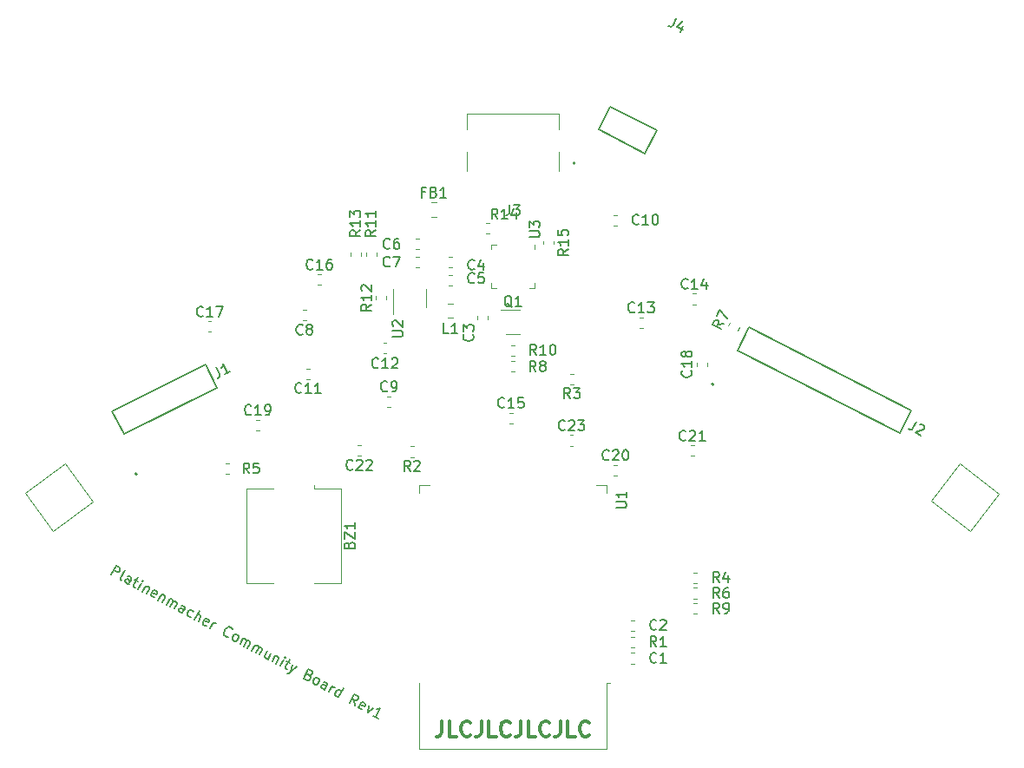
<source format=gbr>
G04 #@! TF.GenerationSoftware,KiCad,Pcbnew,5.1.5+dfsg1-2build2*
G04 #@! TF.CreationDate,2021-06-21T20:14:41+02:00*
G04 #@! TF.ProjectId,chip,63686970-2e6b-4696-9361-645f70636258,rev?*
G04 #@! TF.SameCoordinates,Original*
G04 #@! TF.FileFunction,Legend,Top*
G04 #@! TF.FilePolarity,Positive*
%FSLAX46Y46*%
G04 Gerber Fmt 4.6, Leading zero omitted, Abs format (unit mm)*
G04 Created by KiCad (PCBNEW 5.1.5+dfsg1-2build2) date 2021-06-21 20:14:41*
%MOMM*%
%LPD*%
G04 APERTURE LIST*
%ADD10C,0.300000*%
%ADD11C,0.150000*%
%ADD12C,0.120000*%
%ADD13C,0.200000*%
G04 APERTURE END LIST*
D10*
X163071428Y-121378571D02*
X163071428Y-122450000D01*
X163000000Y-122664285D01*
X162857142Y-122807142D01*
X162642857Y-122878571D01*
X162500000Y-122878571D01*
X164500000Y-122878571D02*
X163785714Y-122878571D01*
X163785714Y-121378571D01*
X165857142Y-122735714D02*
X165785714Y-122807142D01*
X165571428Y-122878571D01*
X165428571Y-122878571D01*
X165214285Y-122807142D01*
X165071428Y-122664285D01*
X165000000Y-122521428D01*
X164928571Y-122235714D01*
X164928571Y-122021428D01*
X165000000Y-121735714D01*
X165071428Y-121592857D01*
X165214285Y-121450000D01*
X165428571Y-121378571D01*
X165571428Y-121378571D01*
X165785714Y-121450000D01*
X165857142Y-121521428D01*
X166928571Y-121378571D02*
X166928571Y-122450000D01*
X166857142Y-122664285D01*
X166714285Y-122807142D01*
X166500000Y-122878571D01*
X166357142Y-122878571D01*
X168357142Y-122878571D02*
X167642857Y-122878571D01*
X167642857Y-121378571D01*
X169714285Y-122735714D02*
X169642857Y-122807142D01*
X169428571Y-122878571D01*
X169285714Y-122878571D01*
X169071428Y-122807142D01*
X168928571Y-122664285D01*
X168857142Y-122521428D01*
X168785714Y-122235714D01*
X168785714Y-122021428D01*
X168857142Y-121735714D01*
X168928571Y-121592857D01*
X169071428Y-121450000D01*
X169285714Y-121378571D01*
X169428571Y-121378571D01*
X169642857Y-121450000D01*
X169714285Y-121521428D01*
X170785714Y-121378571D02*
X170785714Y-122450000D01*
X170714285Y-122664285D01*
X170571428Y-122807142D01*
X170357142Y-122878571D01*
X170214285Y-122878571D01*
X172214285Y-122878571D02*
X171500000Y-122878571D01*
X171500000Y-121378571D01*
X173571428Y-122735714D02*
X173500000Y-122807142D01*
X173285714Y-122878571D01*
X173142857Y-122878571D01*
X172928571Y-122807142D01*
X172785714Y-122664285D01*
X172714285Y-122521428D01*
X172642857Y-122235714D01*
X172642857Y-122021428D01*
X172714285Y-121735714D01*
X172785714Y-121592857D01*
X172928571Y-121450000D01*
X173142857Y-121378571D01*
X173285714Y-121378571D01*
X173500000Y-121450000D01*
X173571428Y-121521428D01*
X174642857Y-121378571D02*
X174642857Y-122450000D01*
X174571428Y-122664285D01*
X174428571Y-122807142D01*
X174214285Y-122878571D01*
X174071428Y-122878571D01*
X176071428Y-122878571D02*
X175357142Y-122878571D01*
X175357142Y-121378571D01*
X177428571Y-122735714D02*
X177357142Y-122807142D01*
X177142857Y-122878571D01*
X177000000Y-122878571D01*
X176785714Y-122807142D01*
X176642857Y-122664285D01*
X176571428Y-122521428D01*
X176500000Y-122235714D01*
X176500000Y-122021428D01*
X176571428Y-121735714D01*
X176642857Y-121592857D01*
X176785714Y-121450000D01*
X177000000Y-121378571D01*
X177142857Y-121378571D01*
X177357142Y-121450000D01*
X177428571Y-121521428D01*
D11*
X130788008Y-107099866D02*
X131262096Y-106219388D01*
X131597516Y-106399993D01*
X131658796Y-106487072D01*
X131678148Y-106551575D01*
X131674924Y-106658006D01*
X131607197Y-106783788D01*
X131520118Y-106845068D01*
X131455615Y-106864420D01*
X131349184Y-106861196D01*
X131013764Y-106680591D01*
X131794268Y-107641681D02*
X131732989Y-107554602D01*
X131736212Y-107448171D01*
X132142574Y-106693477D01*
X132507035Y-108025466D02*
X132755367Y-107564264D01*
X132758591Y-107457833D01*
X132697312Y-107370755D01*
X132529602Y-107280452D01*
X132423171Y-107277228D01*
X132529611Y-107983539D02*
X132423180Y-107980315D01*
X132213543Y-107867437D01*
X132152264Y-107780358D01*
X132155487Y-107673928D01*
X132200639Y-107590073D01*
X132287717Y-107528793D01*
X132394148Y-107532017D01*
X132603785Y-107644895D01*
X132710216Y-107648119D01*
X133116587Y-107596511D02*
X133452007Y-107777116D01*
X133400399Y-107370745D02*
X132994037Y-108125440D01*
X132990813Y-108231871D01*
X133052093Y-108318950D01*
X133135948Y-108364101D01*
X133429440Y-108522130D02*
X133745499Y-107935145D01*
X133903528Y-107641653D02*
X133839025Y-107661005D01*
X133858377Y-107725508D01*
X133922880Y-107706156D01*
X133903528Y-107641653D01*
X133858377Y-107725508D01*
X134164774Y-108160902D02*
X133848715Y-108747887D01*
X134119623Y-108244757D02*
X134184126Y-108225405D01*
X134290556Y-108228629D01*
X134416339Y-108296355D01*
X134477618Y-108383434D01*
X134474395Y-108489865D01*
X134226063Y-108951067D01*
X135003333Y-109315501D02*
X134896903Y-109312277D01*
X134729193Y-109221975D01*
X134667913Y-109134896D01*
X134671137Y-109028465D01*
X134851742Y-108693046D01*
X134938821Y-108631766D01*
X135045251Y-108634990D01*
X135212961Y-108725292D01*
X135274241Y-108812371D01*
X135271017Y-108918802D01*
X135225866Y-109002657D01*
X134761439Y-108860755D01*
X135716091Y-108996200D02*
X135400032Y-109583185D01*
X135670940Y-109080055D02*
X135735443Y-109060703D01*
X135841874Y-109063927D01*
X135967656Y-109131654D01*
X136028936Y-109218733D01*
X136025712Y-109325163D01*
X135777380Y-109786366D01*
X136196655Y-110012122D02*
X136512714Y-109425137D01*
X136467562Y-109508992D02*
X136532065Y-109489640D01*
X136638496Y-109492864D01*
X136764279Y-109560591D01*
X136825558Y-109647669D01*
X136822334Y-109754100D01*
X136574002Y-110215302D01*
X136822334Y-109754100D02*
X136909413Y-109692821D01*
X137015844Y-109696044D01*
X137141626Y-109763771D01*
X137202905Y-109850850D01*
X137199682Y-109957281D01*
X136951350Y-110418483D01*
X137747972Y-110847420D02*
X137996304Y-110386218D01*
X137999528Y-110279787D01*
X137938248Y-110192708D01*
X137770538Y-110102406D01*
X137664108Y-110099182D01*
X137770548Y-110805493D02*
X137664117Y-110802269D01*
X137454480Y-110689391D01*
X137393200Y-110602312D01*
X137396424Y-110495881D01*
X137441575Y-110412026D01*
X137528654Y-110350747D01*
X137635085Y-110353971D01*
X137844722Y-110466849D01*
X137951153Y-110470073D01*
X138567170Y-111234430D02*
X138460739Y-111231206D01*
X138293029Y-111140903D01*
X138231750Y-111053825D01*
X138212398Y-110989321D01*
X138215622Y-110882891D01*
X138351076Y-110631326D01*
X138438155Y-110570046D01*
X138502658Y-110550695D01*
X138609088Y-110553918D01*
X138776798Y-110644221D01*
X138838078Y-110731300D01*
X138921942Y-111479538D02*
X139396030Y-110599060D01*
X139299289Y-111682718D02*
X139547621Y-111221516D01*
X139550845Y-111115085D01*
X139489566Y-111028007D01*
X139363783Y-110960280D01*
X139257353Y-110957056D01*
X139192849Y-110976408D01*
X140076560Y-112047152D02*
X139970129Y-112043928D01*
X139802419Y-111953626D01*
X139741140Y-111866547D01*
X139744364Y-111760117D01*
X139924969Y-111424697D01*
X140012047Y-111363417D01*
X140118478Y-111366641D01*
X140286188Y-111456944D01*
X140347467Y-111544022D01*
X140344244Y-111650453D01*
X140299092Y-111734308D01*
X139834666Y-111592407D01*
X140473259Y-112314836D02*
X140789318Y-111727851D01*
X140699015Y-111895561D02*
X140786094Y-111834282D01*
X140850597Y-111814930D01*
X140957028Y-111818154D01*
X141040883Y-111863305D01*
X142237438Y-113156582D02*
X142172934Y-113175934D01*
X142024576Y-113150134D01*
X141940721Y-113104983D01*
X141837514Y-112995329D01*
X141798811Y-112866322D01*
X141802035Y-112759892D01*
X141850410Y-112569606D01*
X141918136Y-112443824D01*
X142050366Y-112298689D01*
X142137445Y-112237410D01*
X142266451Y-112198706D01*
X142414810Y-112224506D01*
X142498665Y-112269657D01*
X142601871Y-112379311D01*
X142621223Y-112443814D01*
X142695416Y-113511344D02*
X142634137Y-113424266D01*
X142614785Y-113359762D01*
X142618009Y-113253332D01*
X142753463Y-113001767D01*
X142840541Y-112940488D01*
X142905044Y-112921136D01*
X143011475Y-112924359D01*
X143137257Y-112992086D01*
X143198537Y-113079165D01*
X143217889Y-113143668D01*
X143214665Y-113250099D01*
X143079211Y-113501664D01*
X142992132Y-113562943D01*
X142927629Y-113582295D01*
X142821199Y-113579071D01*
X142695416Y-113511344D01*
X143366256Y-113872554D02*
X143682315Y-113285569D01*
X143637164Y-113369424D02*
X143701667Y-113350073D01*
X143808097Y-113353296D01*
X143933880Y-113421023D01*
X143995159Y-113508102D01*
X143991935Y-113614533D01*
X143743604Y-114075735D01*
X143991935Y-113614533D02*
X144079014Y-113553253D01*
X144185445Y-113556477D01*
X144311227Y-113624204D01*
X144372507Y-113711283D01*
X144369283Y-113817713D01*
X144120951Y-114278916D01*
X144540226Y-114504672D02*
X144856285Y-113917687D01*
X144811133Y-114001542D02*
X144875637Y-113982190D01*
X144982067Y-113985414D01*
X145107850Y-114053141D01*
X145169129Y-114140220D01*
X145165905Y-114246650D01*
X144917573Y-114707853D01*
X145165905Y-114246650D02*
X145252984Y-114185371D01*
X145359415Y-114188595D01*
X145485197Y-114256322D01*
X145546476Y-114343400D01*
X145543253Y-114449831D01*
X145294921Y-114911033D01*
X146407602Y-114752985D02*
X146091543Y-115339970D01*
X146030255Y-114549805D02*
X145781923Y-115011007D01*
X145778699Y-115117438D01*
X145839978Y-115204517D01*
X145965761Y-115272243D01*
X146072191Y-115275467D01*
X146136694Y-115256115D01*
X146826877Y-114978742D02*
X146510818Y-115565727D01*
X146781726Y-115062597D02*
X146846229Y-115043245D01*
X146952659Y-115046469D01*
X147078442Y-115114195D01*
X147139721Y-115201274D01*
X147136497Y-115307705D01*
X146888166Y-115768907D01*
X147307440Y-115994664D02*
X147623499Y-115407679D01*
X147781529Y-115114186D02*
X147717026Y-115133538D01*
X147736377Y-115198041D01*
X147800881Y-115178689D01*
X147781529Y-115114186D01*
X147736377Y-115198041D01*
X147916992Y-115565708D02*
X148252412Y-115746313D01*
X148200804Y-115339942D02*
X147794442Y-116094637D01*
X147791218Y-116201068D01*
X147852498Y-116288147D01*
X147936353Y-116333298D01*
X148462049Y-115859191D02*
X148355628Y-116559054D01*
X148881324Y-116084947D02*
X148355628Y-116559054D01*
X148158895Y-116723540D01*
X148094392Y-116742892D01*
X147987961Y-116739669D01*
X150113349Y-116910574D02*
X150216556Y-117020229D01*
X150235908Y-117084732D01*
X150232684Y-117191163D01*
X150164957Y-117316945D01*
X150077879Y-117378224D01*
X150013376Y-117397576D01*
X149906945Y-117394353D01*
X149571525Y-117213747D01*
X150045613Y-116333270D01*
X150339106Y-116491300D01*
X150400385Y-116578378D01*
X150419737Y-116642881D01*
X150416513Y-116749312D01*
X150371362Y-116833167D01*
X150284283Y-116894446D01*
X150219780Y-116913798D01*
X150113349Y-116910574D01*
X149819857Y-116752545D01*
X150577785Y-117755563D02*
X150516506Y-117668484D01*
X150497154Y-117603981D01*
X150500377Y-117497550D01*
X150635831Y-117245985D01*
X150722910Y-117184706D01*
X150787413Y-117165354D01*
X150893844Y-117168578D01*
X151019626Y-117236305D01*
X151080906Y-117323383D01*
X151100257Y-117387886D01*
X151097034Y-117494317D01*
X150961580Y-117745882D01*
X150874501Y-117807161D01*
X150809998Y-117826513D01*
X150703567Y-117823289D01*
X150577785Y-117755563D01*
X151625972Y-118319953D02*
X151874304Y-117858751D01*
X151877528Y-117752320D01*
X151816249Y-117665242D01*
X151648539Y-117574939D01*
X151542108Y-117571715D01*
X151648548Y-118278026D02*
X151542117Y-118274802D01*
X151332480Y-118161924D01*
X151271200Y-118074845D01*
X151274424Y-117968415D01*
X151319575Y-117884560D01*
X151406654Y-117823280D01*
X151513085Y-117826504D01*
X151722722Y-117939382D01*
X151829153Y-117942606D01*
X152045247Y-118545710D02*
X152361306Y-117958725D01*
X152271003Y-118126435D02*
X152358082Y-118065155D01*
X152422585Y-118045803D01*
X152529016Y-118049027D01*
X152612871Y-118094178D01*
X152967652Y-119042373D02*
X153441740Y-118161896D01*
X152990228Y-119000446D02*
X152883797Y-118997222D01*
X152716087Y-118906920D01*
X152654808Y-118819841D01*
X152635456Y-118755338D01*
X152638680Y-118648907D01*
X152774133Y-118397342D01*
X152861212Y-118336063D01*
X152925715Y-118316711D01*
X153032146Y-118319935D01*
X153199856Y-118410237D01*
X153261135Y-118497316D01*
X154560897Y-119900247D02*
X154493161Y-119322943D01*
X154057767Y-119629340D02*
X154531855Y-118748862D01*
X154867275Y-118929467D01*
X154928554Y-119016546D01*
X154947906Y-119081049D01*
X154944682Y-119187480D01*
X154876956Y-119313262D01*
X154789877Y-119374542D01*
X154725374Y-119393894D01*
X154618943Y-119390670D01*
X154283523Y-119210065D01*
X155296240Y-120242106D02*
X155189809Y-120238882D01*
X155022099Y-120148579D01*
X154960820Y-120061501D01*
X154964044Y-119955070D01*
X155144649Y-119619650D01*
X155231727Y-119558371D01*
X155338158Y-119561594D01*
X155505868Y-119651897D01*
X155567147Y-119738976D01*
X155563924Y-119845406D01*
X155518772Y-119929261D01*
X155054346Y-119787360D01*
X155925143Y-119877653D02*
X155818722Y-120577516D01*
X156344418Y-120103409D01*
X156824981Y-121119331D02*
X156321851Y-120848424D01*
X156573416Y-120983878D02*
X157047505Y-120103400D01*
X156895923Y-120184031D01*
X156766916Y-120222735D01*
X156660486Y-120219511D01*
D12*
X150560000Y-98690000D02*
X153210000Y-98690000D01*
X153210000Y-98690000D02*
X153210000Y-107910000D01*
X153210000Y-107910000D02*
X150560000Y-107910000D01*
X146640000Y-107910000D02*
X143990000Y-107910000D01*
X143990000Y-107910000D02*
X143990000Y-98690000D01*
X143990000Y-98690000D02*
X146640000Y-98690000D01*
X150560000Y-98690000D02*
X150560000Y-98360000D01*
D13*
X176060619Y-66956285D02*
G75*
G03X176060619Y-66956285I-100000J0D01*
G01*
X182886589Y-65984714D02*
X178360275Y-63678442D01*
X184039725Y-63721558D02*
X179513411Y-61415286D01*
X184039725Y-63721558D02*
X182886589Y-65984714D01*
X178360275Y-63678442D02*
X179513411Y-61415286D01*
D12*
X214571698Y-102862763D02*
X210789247Y-99907588D01*
X217403741Y-99237914D02*
X214571698Y-102862763D01*
X213621290Y-96282738D02*
X217403741Y-99237914D01*
X210789247Y-99907588D02*
X213621290Y-96282738D01*
X128978355Y-99999217D02*
X125095074Y-102820586D01*
X126274543Y-96277739D02*
X128978355Y-99999217D01*
X122391261Y-99099108D02*
X126274543Y-96277739D01*
X125095074Y-102820586D02*
X122391261Y-99099108D01*
D13*
X189586640Y-88515795D02*
G75*
G03X189586640Y-88515795I-99999J0D01*
G01*
X207728393Y-93309904D02*
X191886297Y-85237953D01*
X208881529Y-91046747D02*
X193039433Y-82974796D01*
X208881529Y-91046747D02*
X207728393Y-93309904D01*
X191886297Y-85237953D02*
X193039433Y-82974796D01*
X133327951Y-97281967D02*
G75*
G03X133327951Y-97281967I-100000J0D01*
G01*
X141112938Y-88869882D02*
X132020405Y-93403252D01*
X139979595Y-86596748D02*
X130887062Y-91130118D01*
X139979595Y-86596748D02*
X141112938Y-88869882D01*
X132020405Y-93403252D02*
X130887062Y-91130118D01*
D12*
X172110000Y-75365000D02*
X172110000Y-74890000D01*
X167890000Y-79110000D02*
X168365000Y-79110000D01*
X167890000Y-78635000D02*
X167890000Y-79110000D01*
X167890000Y-74890000D02*
X168365000Y-74890000D01*
X167890000Y-75365000D02*
X167890000Y-74890000D01*
X172110000Y-79110000D02*
X171635000Y-79110000D01*
X172110000Y-78635000D02*
X172110000Y-79110000D01*
X158290000Y-79200000D02*
X158290000Y-81650000D01*
X161510000Y-81000000D02*
X161510000Y-79200000D01*
X179120000Y-117695000D02*
X179500000Y-117695000D01*
X179120000Y-124115000D02*
X179120000Y-117695000D01*
X160880000Y-124115000D02*
X160880000Y-117695000D01*
X179120000Y-124115000D02*
X160880000Y-124115000D01*
X160880000Y-98370000D02*
X161880000Y-98370000D01*
X160880000Y-99150000D02*
X160880000Y-98370000D01*
X179120000Y-98370000D02*
X178120000Y-98370000D01*
X179120000Y-99150000D02*
X179120000Y-98370000D01*
X172990000Y-74537221D02*
X172990000Y-74862779D01*
X174010000Y-74537221D02*
X174010000Y-74862779D01*
X167662779Y-72790000D02*
X167337221Y-72790000D01*
X167662779Y-73810000D02*
X167337221Y-73810000D01*
X155160000Y-76012779D02*
X155160000Y-75687221D01*
X154140000Y-76012779D02*
X154140000Y-75687221D01*
X157660000Y-80262779D02*
X157660000Y-79937221D01*
X156640000Y-80262779D02*
X156640000Y-79937221D01*
X155640000Y-75687221D02*
X155640000Y-76012779D01*
X156660000Y-75687221D02*
X156660000Y-76012779D01*
X170162779Y-84740000D02*
X169837221Y-84740000D01*
X170162779Y-85760000D02*
X169837221Y-85760000D01*
X187962779Y-109890000D02*
X187637221Y-109890000D01*
X187962779Y-110910000D02*
X187637221Y-110910000D01*
X169837221Y-87260000D02*
X170162779Y-87260000D01*
X169837221Y-86240000D02*
X170162779Y-86240000D01*
X191930513Y-83276572D02*
X192078313Y-82986498D01*
X191021687Y-82813502D02*
X191169487Y-82523428D01*
X187962779Y-108390000D02*
X187637221Y-108390000D01*
X187962779Y-109410000D02*
X187637221Y-109410000D01*
X141987221Y-97260000D02*
X142312779Y-97260000D01*
X141987221Y-96240000D02*
X142312779Y-96240000D01*
X187962779Y-106890000D02*
X187637221Y-106890000D01*
X187962779Y-107910000D02*
X187637221Y-107910000D01*
X175912779Y-87490000D02*
X175587221Y-87490000D01*
X175912779Y-88510000D02*
X175587221Y-88510000D01*
X160312779Y-94590000D02*
X159987221Y-94590000D01*
X160312779Y-95610000D02*
X159987221Y-95610000D01*
X181812779Y-113140000D02*
X181487221Y-113140000D01*
X181812779Y-114160000D02*
X181487221Y-114160000D01*
X169300000Y-83610000D02*
X170700000Y-83610000D01*
X170700000Y-81290000D02*
X168800000Y-81290000D01*
X163641422Y-82060000D02*
X164158578Y-82060000D01*
X163641422Y-80640000D02*
X164158578Y-80640000D01*
X174470000Y-67670000D02*
X174470000Y-65870000D01*
X174470000Y-62160000D02*
X174470000Y-63620000D01*
X165530000Y-62160000D02*
X165530000Y-63620000D01*
X165530000Y-67670000D02*
X165530000Y-65870000D01*
X165530000Y-62160000D02*
X174470000Y-62160000D01*
X161991422Y-72210000D02*
X162508578Y-72210000D01*
X161991422Y-70790000D02*
X162508578Y-70790000D01*
X175537221Y-94510000D02*
X175862779Y-94510000D01*
X175537221Y-93490000D02*
X175862779Y-93490000D01*
X155162779Y-94490000D02*
X154837221Y-94490000D01*
X155162779Y-95510000D02*
X154837221Y-95510000D01*
X187337221Y-95510000D02*
X187662779Y-95510000D01*
X187337221Y-94490000D02*
X187662779Y-94490000D01*
X179837221Y-97410000D02*
X180162779Y-97410000D01*
X179837221Y-96390000D02*
X180162779Y-96390000D01*
X144937221Y-93010000D02*
X145262779Y-93010000D01*
X144937221Y-91990000D02*
X145262779Y-91990000D01*
X188940000Y-86722779D02*
X188940000Y-86397221D01*
X187920000Y-86722779D02*
X187920000Y-86397221D01*
X140237221Y-83410000D02*
X140562779Y-83410000D01*
X140237221Y-82390000D02*
X140562779Y-82390000D01*
X150937221Y-78810000D02*
X151262779Y-78810000D01*
X150937221Y-77790000D02*
X151262779Y-77790000D01*
X169637221Y-92310000D02*
X169962779Y-92310000D01*
X169637221Y-91290000D02*
X169962779Y-91290000D01*
X187537221Y-80710000D02*
X187862779Y-80710000D01*
X187537221Y-79690000D02*
X187862779Y-79690000D01*
X182337221Y-83010000D02*
X182662779Y-83010000D01*
X182337221Y-81990000D02*
X182662779Y-81990000D01*
X157337221Y-85510000D02*
X157662779Y-85510000D01*
X157337221Y-84490000D02*
X157662779Y-84490000D01*
X150162779Y-86990000D02*
X149837221Y-86990000D01*
X150162779Y-88010000D02*
X149837221Y-88010000D01*
X179837221Y-73010000D02*
X180162779Y-73010000D01*
X179837221Y-71990000D02*
X180162779Y-71990000D01*
X157737221Y-90710000D02*
X158062779Y-90710000D01*
X157737221Y-89690000D02*
X158062779Y-89690000D01*
X149812779Y-81290000D02*
X149487221Y-81290000D01*
X149812779Y-82310000D02*
X149487221Y-82310000D01*
X160487221Y-77110000D02*
X160812779Y-77110000D01*
X160487221Y-76090000D02*
X160812779Y-76090000D01*
X160487221Y-75360000D02*
X160812779Y-75360000D01*
X160487221Y-74340000D02*
X160812779Y-74340000D01*
X164062779Y-77840000D02*
X163737221Y-77840000D01*
X164062779Y-78860000D02*
X163737221Y-78860000D01*
X164062779Y-76090000D02*
X163737221Y-76090000D01*
X164062779Y-77110000D02*
X163737221Y-77110000D01*
X166490000Y-81837221D02*
X166490000Y-82162779D01*
X167510000Y-81837221D02*
X167510000Y-82162779D01*
X181499721Y-112560000D02*
X181825279Y-112560000D01*
X181499721Y-111540000D02*
X181825279Y-111540000D01*
X181487221Y-115760000D02*
X181812779Y-115760000D01*
X181487221Y-114740000D02*
X181812779Y-114740000D01*
D11*
X154028571Y-104180952D02*
X154076190Y-104038095D01*
X154123809Y-103990476D01*
X154219047Y-103942857D01*
X154361904Y-103942857D01*
X154457142Y-103990476D01*
X154504761Y-104038095D01*
X154552380Y-104133333D01*
X154552380Y-104514285D01*
X153552380Y-104514285D01*
X153552380Y-104180952D01*
X153600000Y-104085714D01*
X153647619Y-104038095D01*
X153742857Y-103990476D01*
X153838095Y-103990476D01*
X153933333Y-104038095D01*
X153980952Y-104085714D01*
X154028571Y-104180952D01*
X154028571Y-104514285D01*
X153552380Y-103609523D02*
X153552380Y-102942857D01*
X154552380Y-103609523D01*
X154552380Y-102942857D01*
X154552380Y-102038095D02*
X154552380Y-102609523D01*
X154552380Y-102323809D02*
X153552380Y-102323809D01*
X153695238Y-102419047D01*
X153790476Y-102514285D01*
X153838095Y-102609523D01*
X185949676Y-52840022D02*
X185625397Y-53476455D01*
X185518113Y-53582123D01*
X185390018Y-53623744D01*
X185241112Y-53601317D01*
X185156255Y-53558080D01*
X186604495Y-53547778D02*
X186301834Y-54141782D01*
X186565299Y-53100254D02*
X186028876Y-53628594D01*
X186580451Y-53909636D01*
X209351611Y-92160737D02*
X209027332Y-92797170D01*
X208920048Y-92902838D01*
X208791953Y-92944459D01*
X208643047Y-92922032D01*
X208558190Y-92878795D01*
X209690234Y-92440162D02*
X209754281Y-92419352D01*
X209860758Y-92420160D01*
X210072902Y-92528253D01*
X210136141Y-92613919D01*
X210156952Y-92677967D01*
X210156143Y-92784443D01*
X210112906Y-92869301D01*
X210005621Y-92974969D01*
X209237052Y-93224692D01*
X209788627Y-93505734D01*
X141057342Y-86858649D02*
X141376054Y-87497888D01*
X141397181Y-87646983D01*
X141354444Y-87774710D01*
X141247844Y-87881068D01*
X141162612Y-87923563D01*
X142398474Y-87307386D02*
X141887083Y-87562356D01*
X142142778Y-87434871D02*
X141696580Y-86539936D01*
X141675091Y-86710279D01*
X141632354Y-86838006D01*
X141568370Y-86923117D01*
X171602380Y-74161904D02*
X172411904Y-74161904D01*
X172507142Y-74114285D01*
X172554761Y-74066666D01*
X172602380Y-73971428D01*
X172602380Y-73780952D01*
X172554761Y-73685714D01*
X172507142Y-73638095D01*
X172411904Y-73590476D01*
X171602380Y-73590476D01*
X171602380Y-73209523D02*
X171602380Y-72590476D01*
X171983333Y-72923809D01*
X171983333Y-72780952D01*
X172030952Y-72685714D01*
X172078571Y-72638095D01*
X172173809Y-72590476D01*
X172411904Y-72590476D01*
X172507142Y-72638095D01*
X172554761Y-72685714D01*
X172602380Y-72780952D01*
X172602380Y-73066666D01*
X172554761Y-73161904D01*
X172507142Y-73209523D01*
X158252380Y-83861904D02*
X159061904Y-83861904D01*
X159157142Y-83814285D01*
X159204761Y-83766666D01*
X159252380Y-83671428D01*
X159252380Y-83480952D01*
X159204761Y-83385714D01*
X159157142Y-83338095D01*
X159061904Y-83290476D01*
X158252380Y-83290476D01*
X158347619Y-82861904D02*
X158300000Y-82814285D01*
X158252380Y-82719047D01*
X158252380Y-82480952D01*
X158300000Y-82385714D01*
X158347619Y-82338095D01*
X158442857Y-82290476D01*
X158538095Y-82290476D01*
X158680952Y-82338095D01*
X159252380Y-82909523D01*
X159252380Y-82290476D01*
X180062380Y-100581904D02*
X180871904Y-100581904D01*
X180967142Y-100534285D01*
X181014761Y-100486666D01*
X181062380Y-100391428D01*
X181062380Y-100200952D01*
X181014761Y-100105714D01*
X180967142Y-100058095D01*
X180871904Y-100010476D01*
X180062380Y-100010476D01*
X181062380Y-99010476D02*
X181062380Y-99581904D01*
X181062380Y-99296190D02*
X180062380Y-99296190D01*
X180205238Y-99391428D01*
X180300476Y-99486666D01*
X180348095Y-99581904D01*
X175382380Y-75342857D02*
X174906190Y-75676190D01*
X175382380Y-75914285D02*
X174382380Y-75914285D01*
X174382380Y-75533333D01*
X174430000Y-75438095D01*
X174477619Y-75390476D01*
X174572857Y-75342857D01*
X174715714Y-75342857D01*
X174810952Y-75390476D01*
X174858571Y-75438095D01*
X174906190Y-75533333D01*
X174906190Y-75914285D01*
X175382380Y-74390476D02*
X175382380Y-74961904D01*
X175382380Y-74676190D02*
X174382380Y-74676190D01*
X174525238Y-74771428D01*
X174620476Y-74866666D01*
X174668095Y-74961904D01*
X174382380Y-73485714D02*
X174382380Y-73961904D01*
X174858571Y-74009523D01*
X174810952Y-73961904D01*
X174763333Y-73866666D01*
X174763333Y-73628571D01*
X174810952Y-73533333D01*
X174858571Y-73485714D01*
X174953809Y-73438095D01*
X175191904Y-73438095D01*
X175287142Y-73485714D01*
X175334761Y-73533333D01*
X175382380Y-73628571D01*
X175382380Y-73866666D01*
X175334761Y-73961904D01*
X175287142Y-74009523D01*
X168507142Y-72402380D02*
X168173809Y-71926190D01*
X167935714Y-72402380D02*
X167935714Y-71402380D01*
X168316666Y-71402380D01*
X168411904Y-71450000D01*
X168459523Y-71497619D01*
X168507142Y-71592857D01*
X168507142Y-71735714D01*
X168459523Y-71830952D01*
X168411904Y-71878571D01*
X168316666Y-71926190D01*
X167935714Y-71926190D01*
X169459523Y-72402380D02*
X168888095Y-72402380D01*
X169173809Y-72402380D02*
X169173809Y-71402380D01*
X169078571Y-71545238D01*
X168983333Y-71640476D01*
X168888095Y-71688095D01*
X170316666Y-71735714D02*
X170316666Y-72402380D01*
X170078571Y-71354761D02*
X169840476Y-72069047D01*
X170459523Y-72069047D01*
X155102380Y-73492857D02*
X154626190Y-73826190D01*
X155102380Y-74064285D02*
X154102380Y-74064285D01*
X154102380Y-73683333D01*
X154150000Y-73588095D01*
X154197619Y-73540476D01*
X154292857Y-73492857D01*
X154435714Y-73492857D01*
X154530952Y-73540476D01*
X154578571Y-73588095D01*
X154626190Y-73683333D01*
X154626190Y-74064285D01*
X155102380Y-72540476D02*
X155102380Y-73111904D01*
X155102380Y-72826190D02*
X154102380Y-72826190D01*
X154245238Y-72921428D01*
X154340476Y-73016666D01*
X154388095Y-73111904D01*
X154102380Y-72207142D02*
X154102380Y-71588095D01*
X154483333Y-71921428D01*
X154483333Y-71778571D01*
X154530952Y-71683333D01*
X154578571Y-71635714D01*
X154673809Y-71588095D01*
X154911904Y-71588095D01*
X155007142Y-71635714D01*
X155054761Y-71683333D01*
X155102380Y-71778571D01*
X155102380Y-72064285D01*
X155054761Y-72159523D01*
X155007142Y-72207142D01*
X156172380Y-80742857D02*
X155696190Y-81076190D01*
X156172380Y-81314285D02*
X155172380Y-81314285D01*
X155172380Y-80933333D01*
X155220000Y-80838095D01*
X155267619Y-80790476D01*
X155362857Y-80742857D01*
X155505714Y-80742857D01*
X155600952Y-80790476D01*
X155648571Y-80838095D01*
X155696190Y-80933333D01*
X155696190Y-81314285D01*
X156172380Y-79790476D02*
X156172380Y-80361904D01*
X156172380Y-80076190D02*
X155172380Y-80076190D01*
X155315238Y-80171428D01*
X155410476Y-80266666D01*
X155458095Y-80361904D01*
X155267619Y-79409523D02*
X155220000Y-79361904D01*
X155172380Y-79266666D01*
X155172380Y-79028571D01*
X155220000Y-78933333D01*
X155267619Y-78885714D01*
X155362857Y-78838095D01*
X155458095Y-78838095D01*
X155600952Y-78885714D01*
X156172380Y-79457142D01*
X156172380Y-78838095D01*
X156602380Y-73492857D02*
X156126190Y-73826190D01*
X156602380Y-74064285D02*
X155602380Y-74064285D01*
X155602380Y-73683333D01*
X155650000Y-73588095D01*
X155697619Y-73540476D01*
X155792857Y-73492857D01*
X155935714Y-73492857D01*
X156030952Y-73540476D01*
X156078571Y-73588095D01*
X156126190Y-73683333D01*
X156126190Y-74064285D01*
X156602380Y-72540476D02*
X156602380Y-73111904D01*
X156602380Y-72826190D02*
X155602380Y-72826190D01*
X155745238Y-72921428D01*
X155840476Y-73016666D01*
X155888095Y-73111904D01*
X156602380Y-71588095D02*
X156602380Y-72159523D01*
X156602380Y-71873809D02*
X155602380Y-71873809D01*
X155745238Y-71969047D01*
X155840476Y-72064285D01*
X155888095Y-72159523D01*
X172257142Y-85652380D02*
X171923809Y-85176190D01*
X171685714Y-85652380D02*
X171685714Y-84652380D01*
X172066666Y-84652380D01*
X172161904Y-84700000D01*
X172209523Y-84747619D01*
X172257142Y-84842857D01*
X172257142Y-84985714D01*
X172209523Y-85080952D01*
X172161904Y-85128571D01*
X172066666Y-85176190D01*
X171685714Y-85176190D01*
X173209523Y-85652380D02*
X172638095Y-85652380D01*
X172923809Y-85652380D02*
X172923809Y-84652380D01*
X172828571Y-84795238D01*
X172733333Y-84890476D01*
X172638095Y-84938095D01*
X173828571Y-84652380D02*
X173923809Y-84652380D01*
X174019047Y-84700000D01*
X174066666Y-84747619D01*
X174114285Y-84842857D01*
X174161904Y-85033333D01*
X174161904Y-85271428D01*
X174114285Y-85461904D01*
X174066666Y-85557142D01*
X174019047Y-85604761D01*
X173923809Y-85652380D01*
X173828571Y-85652380D01*
X173733333Y-85604761D01*
X173685714Y-85557142D01*
X173638095Y-85461904D01*
X173590476Y-85271428D01*
X173590476Y-85033333D01*
X173638095Y-84842857D01*
X173685714Y-84747619D01*
X173733333Y-84700000D01*
X173828571Y-84652380D01*
X190133333Y-110852380D02*
X189800000Y-110376190D01*
X189561904Y-110852380D02*
X189561904Y-109852380D01*
X189942857Y-109852380D01*
X190038095Y-109900000D01*
X190085714Y-109947619D01*
X190133333Y-110042857D01*
X190133333Y-110185714D01*
X190085714Y-110280952D01*
X190038095Y-110328571D01*
X189942857Y-110376190D01*
X189561904Y-110376190D01*
X190609523Y-110852380D02*
X190800000Y-110852380D01*
X190895238Y-110804761D01*
X190942857Y-110757142D01*
X191038095Y-110614285D01*
X191085714Y-110423809D01*
X191085714Y-110042857D01*
X191038095Y-109947619D01*
X190990476Y-109900000D01*
X190895238Y-109852380D01*
X190704761Y-109852380D01*
X190609523Y-109900000D01*
X190561904Y-109947619D01*
X190514285Y-110042857D01*
X190514285Y-110280952D01*
X190561904Y-110376190D01*
X190609523Y-110423809D01*
X190704761Y-110471428D01*
X190895238Y-110471428D01*
X190990476Y-110423809D01*
X191038095Y-110376190D01*
X191085714Y-110280952D01*
X172233333Y-87252380D02*
X171900000Y-86776190D01*
X171661904Y-87252380D02*
X171661904Y-86252380D01*
X172042857Y-86252380D01*
X172138095Y-86300000D01*
X172185714Y-86347619D01*
X172233333Y-86442857D01*
X172233333Y-86585714D01*
X172185714Y-86680952D01*
X172138095Y-86728571D01*
X172042857Y-86776190D01*
X171661904Y-86776190D01*
X172804761Y-86680952D02*
X172709523Y-86633333D01*
X172661904Y-86585714D01*
X172614285Y-86490476D01*
X172614285Y-86442857D01*
X172661904Y-86347619D01*
X172709523Y-86300000D01*
X172804761Y-86252380D01*
X172995238Y-86252380D01*
X173090476Y-86300000D01*
X173138095Y-86347619D01*
X173185714Y-86442857D01*
X173185714Y-86490476D01*
X173138095Y-86585714D01*
X173090476Y-86633333D01*
X172995238Y-86680952D01*
X172804761Y-86680952D01*
X172709523Y-86728571D01*
X172661904Y-86776190D01*
X172614285Y-86871428D01*
X172614285Y-87061904D01*
X172661904Y-87157142D01*
X172709523Y-87204761D01*
X172804761Y-87252380D01*
X172995238Y-87252380D01*
X173090476Y-87204761D01*
X173138095Y-87157142D01*
X173185714Y-87061904D01*
X173185714Y-86871428D01*
X173138095Y-86776190D01*
X173090476Y-86728571D01*
X172995238Y-86680952D01*
X190603270Y-82604671D02*
X190027651Y-82685487D01*
X190343847Y-83113818D02*
X189452840Y-82659827D01*
X189625789Y-82320396D01*
X189711455Y-82257157D01*
X189775502Y-82236347D01*
X189881979Y-82237155D01*
X190009265Y-82302011D01*
X190072505Y-82387677D01*
X190093315Y-82451724D01*
X190092507Y-82558201D01*
X189919558Y-82897632D01*
X189863593Y-81853679D02*
X190166254Y-81259674D01*
X190862693Y-82095525D01*
X190133333Y-109352380D02*
X189800000Y-108876190D01*
X189561904Y-109352380D02*
X189561904Y-108352380D01*
X189942857Y-108352380D01*
X190038095Y-108400000D01*
X190085714Y-108447619D01*
X190133333Y-108542857D01*
X190133333Y-108685714D01*
X190085714Y-108780952D01*
X190038095Y-108828571D01*
X189942857Y-108876190D01*
X189561904Y-108876190D01*
X190990476Y-108352380D02*
X190800000Y-108352380D01*
X190704761Y-108400000D01*
X190657142Y-108447619D01*
X190561904Y-108590476D01*
X190514285Y-108780952D01*
X190514285Y-109161904D01*
X190561904Y-109257142D01*
X190609523Y-109304761D01*
X190704761Y-109352380D01*
X190895238Y-109352380D01*
X190990476Y-109304761D01*
X191038095Y-109257142D01*
X191085714Y-109161904D01*
X191085714Y-108923809D01*
X191038095Y-108828571D01*
X190990476Y-108780952D01*
X190895238Y-108733333D01*
X190704761Y-108733333D01*
X190609523Y-108780952D01*
X190561904Y-108828571D01*
X190514285Y-108923809D01*
X144283333Y-97202380D02*
X143950000Y-96726190D01*
X143711904Y-97202380D02*
X143711904Y-96202380D01*
X144092857Y-96202380D01*
X144188095Y-96250000D01*
X144235714Y-96297619D01*
X144283333Y-96392857D01*
X144283333Y-96535714D01*
X144235714Y-96630952D01*
X144188095Y-96678571D01*
X144092857Y-96726190D01*
X143711904Y-96726190D01*
X145188095Y-96202380D02*
X144711904Y-96202380D01*
X144664285Y-96678571D01*
X144711904Y-96630952D01*
X144807142Y-96583333D01*
X145045238Y-96583333D01*
X145140476Y-96630952D01*
X145188095Y-96678571D01*
X145235714Y-96773809D01*
X145235714Y-97011904D01*
X145188095Y-97107142D01*
X145140476Y-97154761D01*
X145045238Y-97202380D01*
X144807142Y-97202380D01*
X144711904Y-97154761D01*
X144664285Y-97107142D01*
X190133333Y-107852380D02*
X189800000Y-107376190D01*
X189561904Y-107852380D02*
X189561904Y-106852380D01*
X189942857Y-106852380D01*
X190038095Y-106900000D01*
X190085714Y-106947619D01*
X190133333Y-107042857D01*
X190133333Y-107185714D01*
X190085714Y-107280952D01*
X190038095Y-107328571D01*
X189942857Y-107376190D01*
X189561904Y-107376190D01*
X190990476Y-107185714D02*
X190990476Y-107852380D01*
X190752380Y-106804761D02*
X190514285Y-107519047D01*
X191133333Y-107519047D01*
X175583333Y-89882380D02*
X175250000Y-89406190D01*
X175011904Y-89882380D02*
X175011904Y-88882380D01*
X175392857Y-88882380D01*
X175488095Y-88930000D01*
X175535714Y-88977619D01*
X175583333Y-89072857D01*
X175583333Y-89215714D01*
X175535714Y-89310952D01*
X175488095Y-89358571D01*
X175392857Y-89406190D01*
X175011904Y-89406190D01*
X175916666Y-88882380D02*
X176535714Y-88882380D01*
X176202380Y-89263333D01*
X176345238Y-89263333D01*
X176440476Y-89310952D01*
X176488095Y-89358571D01*
X176535714Y-89453809D01*
X176535714Y-89691904D01*
X176488095Y-89787142D01*
X176440476Y-89834761D01*
X176345238Y-89882380D01*
X176059523Y-89882380D01*
X175964285Y-89834761D01*
X175916666Y-89787142D01*
X159983333Y-96982380D02*
X159650000Y-96506190D01*
X159411904Y-96982380D02*
X159411904Y-95982380D01*
X159792857Y-95982380D01*
X159888095Y-96030000D01*
X159935714Y-96077619D01*
X159983333Y-96172857D01*
X159983333Y-96315714D01*
X159935714Y-96410952D01*
X159888095Y-96458571D01*
X159792857Y-96506190D01*
X159411904Y-96506190D01*
X160364285Y-96077619D02*
X160411904Y-96030000D01*
X160507142Y-95982380D01*
X160745238Y-95982380D01*
X160840476Y-96030000D01*
X160888095Y-96077619D01*
X160935714Y-96172857D01*
X160935714Y-96268095D01*
X160888095Y-96410952D01*
X160316666Y-96982380D01*
X160935714Y-96982380D01*
X183983333Y-114102380D02*
X183650000Y-113626190D01*
X183411904Y-114102380D02*
X183411904Y-113102380D01*
X183792857Y-113102380D01*
X183888095Y-113150000D01*
X183935714Y-113197619D01*
X183983333Y-113292857D01*
X183983333Y-113435714D01*
X183935714Y-113530952D01*
X183888095Y-113578571D01*
X183792857Y-113626190D01*
X183411904Y-113626190D01*
X184935714Y-114102380D02*
X184364285Y-114102380D01*
X184650000Y-114102380D02*
X184650000Y-113102380D01*
X184554761Y-113245238D01*
X184459523Y-113340476D01*
X184364285Y-113388095D01*
X169904761Y-80997619D02*
X169809523Y-80950000D01*
X169714285Y-80854761D01*
X169571428Y-80711904D01*
X169476190Y-80664285D01*
X169380952Y-80664285D01*
X169428571Y-80902380D02*
X169333333Y-80854761D01*
X169238095Y-80759523D01*
X169190476Y-80569047D01*
X169190476Y-80235714D01*
X169238095Y-80045238D01*
X169333333Y-79950000D01*
X169428571Y-79902380D01*
X169619047Y-79902380D01*
X169714285Y-79950000D01*
X169809523Y-80045238D01*
X169857142Y-80235714D01*
X169857142Y-80569047D01*
X169809523Y-80759523D01*
X169714285Y-80854761D01*
X169619047Y-80902380D01*
X169428571Y-80902380D01*
X170809523Y-80902380D02*
X170238095Y-80902380D01*
X170523809Y-80902380D02*
X170523809Y-79902380D01*
X170428571Y-80045238D01*
X170333333Y-80140476D01*
X170238095Y-80188095D01*
X163733333Y-83552380D02*
X163257142Y-83552380D01*
X163257142Y-82552380D01*
X164590476Y-83552380D02*
X164019047Y-83552380D01*
X164304761Y-83552380D02*
X164304761Y-82552380D01*
X164209523Y-82695238D01*
X164114285Y-82790476D01*
X164019047Y-82838095D01*
X169666666Y-71032380D02*
X169666666Y-71746666D01*
X169619047Y-71889523D01*
X169523809Y-71984761D01*
X169380952Y-72032380D01*
X169285714Y-72032380D01*
X170047619Y-71032380D02*
X170666666Y-71032380D01*
X170333333Y-71413333D01*
X170476190Y-71413333D01*
X170571428Y-71460952D01*
X170619047Y-71508571D01*
X170666666Y-71603809D01*
X170666666Y-71841904D01*
X170619047Y-71937142D01*
X170571428Y-71984761D01*
X170476190Y-72032380D01*
X170190476Y-72032380D01*
X170095238Y-71984761D01*
X170047619Y-71937142D01*
X161416666Y-69778571D02*
X161083333Y-69778571D01*
X161083333Y-70302380D02*
X161083333Y-69302380D01*
X161559523Y-69302380D01*
X162273809Y-69778571D02*
X162416666Y-69826190D01*
X162464285Y-69873809D01*
X162511904Y-69969047D01*
X162511904Y-70111904D01*
X162464285Y-70207142D01*
X162416666Y-70254761D01*
X162321428Y-70302380D01*
X161940476Y-70302380D01*
X161940476Y-69302380D01*
X162273809Y-69302380D01*
X162369047Y-69350000D01*
X162416666Y-69397619D01*
X162464285Y-69492857D01*
X162464285Y-69588095D01*
X162416666Y-69683333D01*
X162369047Y-69730952D01*
X162273809Y-69778571D01*
X161940476Y-69778571D01*
X163464285Y-70302380D02*
X162892857Y-70302380D01*
X163178571Y-70302380D02*
X163178571Y-69302380D01*
X163083333Y-69445238D01*
X162988095Y-69540476D01*
X162892857Y-69588095D01*
X175057142Y-92927142D02*
X175009523Y-92974761D01*
X174866666Y-93022380D01*
X174771428Y-93022380D01*
X174628571Y-92974761D01*
X174533333Y-92879523D01*
X174485714Y-92784285D01*
X174438095Y-92593809D01*
X174438095Y-92450952D01*
X174485714Y-92260476D01*
X174533333Y-92165238D01*
X174628571Y-92070000D01*
X174771428Y-92022380D01*
X174866666Y-92022380D01*
X175009523Y-92070000D01*
X175057142Y-92117619D01*
X175438095Y-92117619D02*
X175485714Y-92070000D01*
X175580952Y-92022380D01*
X175819047Y-92022380D01*
X175914285Y-92070000D01*
X175961904Y-92117619D01*
X176009523Y-92212857D01*
X176009523Y-92308095D01*
X175961904Y-92450952D01*
X175390476Y-93022380D01*
X176009523Y-93022380D01*
X176342857Y-92022380D02*
X176961904Y-92022380D01*
X176628571Y-92403333D01*
X176771428Y-92403333D01*
X176866666Y-92450952D01*
X176914285Y-92498571D01*
X176961904Y-92593809D01*
X176961904Y-92831904D01*
X176914285Y-92927142D01*
X176866666Y-92974761D01*
X176771428Y-93022380D01*
X176485714Y-93022380D01*
X176390476Y-92974761D01*
X176342857Y-92927142D01*
X154357142Y-96787142D02*
X154309523Y-96834761D01*
X154166666Y-96882380D01*
X154071428Y-96882380D01*
X153928571Y-96834761D01*
X153833333Y-96739523D01*
X153785714Y-96644285D01*
X153738095Y-96453809D01*
X153738095Y-96310952D01*
X153785714Y-96120476D01*
X153833333Y-96025238D01*
X153928571Y-95930000D01*
X154071428Y-95882380D01*
X154166666Y-95882380D01*
X154309523Y-95930000D01*
X154357142Y-95977619D01*
X154738095Y-95977619D02*
X154785714Y-95930000D01*
X154880952Y-95882380D01*
X155119047Y-95882380D01*
X155214285Y-95930000D01*
X155261904Y-95977619D01*
X155309523Y-96072857D01*
X155309523Y-96168095D01*
X155261904Y-96310952D01*
X154690476Y-96882380D01*
X155309523Y-96882380D01*
X155690476Y-95977619D02*
X155738095Y-95930000D01*
X155833333Y-95882380D01*
X156071428Y-95882380D01*
X156166666Y-95930000D01*
X156214285Y-95977619D01*
X156261904Y-96072857D01*
X156261904Y-96168095D01*
X156214285Y-96310952D01*
X155642857Y-96882380D01*
X156261904Y-96882380D01*
X186857142Y-93927142D02*
X186809523Y-93974761D01*
X186666666Y-94022380D01*
X186571428Y-94022380D01*
X186428571Y-93974761D01*
X186333333Y-93879523D01*
X186285714Y-93784285D01*
X186238095Y-93593809D01*
X186238095Y-93450952D01*
X186285714Y-93260476D01*
X186333333Y-93165238D01*
X186428571Y-93070000D01*
X186571428Y-93022380D01*
X186666666Y-93022380D01*
X186809523Y-93070000D01*
X186857142Y-93117619D01*
X187238095Y-93117619D02*
X187285714Y-93070000D01*
X187380952Y-93022380D01*
X187619047Y-93022380D01*
X187714285Y-93070000D01*
X187761904Y-93117619D01*
X187809523Y-93212857D01*
X187809523Y-93308095D01*
X187761904Y-93450952D01*
X187190476Y-94022380D01*
X187809523Y-94022380D01*
X188761904Y-94022380D02*
X188190476Y-94022380D01*
X188476190Y-94022380D02*
X188476190Y-93022380D01*
X188380952Y-93165238D01*
X188285714Y-93260476D01*
X188190476Y-93308095D01*
X179357142Y-95827142D02*
X179309523Y-95874761D01*
X179166666Y-95922380D01*
X179071428Y-95922380D01*
X178928571Y-95874761D01*
X178833333Y-95779523D01*
X178785714Y-95684285D01*
X178738095Y-95493809D01*
X178738095Y-95350952D01*
X178785714Y-95160476D01*
X178833333Y-95065238D01*
X178928571Y-94970000D01*
X179071428Y-94922380D01*
X179166666Y-94922380D01*
X179309523Y-94970000D01*
X179357142Y-95017619D01*
X179738095Y-95017619D02*
X179785714Y-94970000D01*
X179880952Y-94922380D01*
X180119047Y-94922380D01*
X180214285Y-94970000D01*
X180261904Y-95017619D01*
X180309523Y-95112857D01*
X180309523Y-95208095D01*
X180261904Y-95350952D01*
X179690476Y-95922380D01*
X180309523Y-95922380D01*
X180928571Y-94922380D02*
X181023809Y-94922380D01*
X181119047Y-94970000D01*
X181166666Y-95017619D01*
X181214285Y-95112857D01*
X181261904Y-95303333D01*
X181261904Y-95541428D01*
X181214285Y-95731904D01*
X181166666Y-95827142D01*
X181119047Y-95874761D01*
X181023809Y-95922380D01*
X180928571Y-95922380D01*
X180833333Y-95874761D01*
X180785714Y-95827142D01*
X180738095Y-95731904D01*
X180690476Y-95541428D01*
X180690476Y-95303333D01*
X180738095Y-95112857D01*
X180785714Y-95017619D01*
X180833333Y-94970000D01*
X180928571Y-94922380D01*
X144457142Y-91427142D02*
X144409523Y-91474761D01*
X144266666Y-91522380D01*
X144171428Y-91522380D01*
X144028571Y-91474761D01*
X143933333Y-91379523D01*
X143885714Y-91284285D01*
X143838095Y-91093809D01*
X143838095Y-90950952D01*
X143885714Y-90760476D01*
X143933333Y-90665238D01*
X144028571Y-90570000D01*
X144171428Y-90522380D01*
X144266666Y-90522380D01*
X144409523Y-90570000D01*
X144457142Y-90617619D01*
X145409523Y-91522380D02*
X144838095Y-91522380D01*
X145123809Y-91522380D02*
X145123809Y-90522380D01*
X145028571Y-90665238D01*
X144933333Y-90760476D01*
X144838095Y-90808095D01*
X145885714Y-91522380D02*
X146076190Y-91522380D01*
X146171428Y-91474761D01*
X146219047Y-91427142D01*
X146314285Y-91284285D01*
X146361904Y-91093809D01*
X146361904Y-90712857D01*
X146314285Y-90617619D01*
X146266666Y-90570000D01*
X146171428Y-90522380D01*
X145980952Y-90522380D01*
X145885714Y-90570000D01*
X145838095Y-90617619D01*
X145790476Y-90712857D01*
X145790476Y-90950952D01*
X145838095Y-91046190D01*
X145885714Y-91093809D01*
X145980952Y-91141428D01*
X146171428Y-91141428D01*
X146266666Y-91093809D01*
X146314285Y-91046190D01*
X146361904Y-90950952D01*
X187357142Y-87202857D02*
X187404761Y-87250476D01*
X187452380Y-87393333D01*
X187452380Y-87488571D01*
X187404761Y-87631428D01*
X187309523Y-87726666D01*
X187214285Y-87774285D01*
X187023809Y-87821904D01*
X186880952Y-87821904D01*
X186690476Y-87774285D01*
X186595238Y-87726666D01*
X186500000Y-87631428D01*
X186452380Y-87488571D01*
X186452380Y-87393333D01*
X186500000Y-87250476D01*
X186547619Y-87202857D01*
X187452380Y-86250476D02*
X187452380Y-86821904D01*
X187452380Y-86536190D02*
X186452380Y-86536190D01*
X186595238Y-86631428D01*
X186690476Y-86726666D01*
X186738095Y-86821904D01*
X186880952Y-85679047D02*
X186833333Y-85774285D01*
X186785714Y-85821904D01*
X186690476Y-85869523D01*
X186642857Y-85869523D01*
X186547619Y-85821904D01*
X186500000Y-85774285D01*
X186452380Y-85679047D01*
X186452380Y-85488571D01*
X186500000Y-85393333D01*
X186547619Y-85345714D01*
X186642857Y-85298095D01*
X186690476Y-85298095D01*
X186785714Y-85345714D01*
X186833333Y-85393333D01*
X186880952Y-85488571D01*
X186880952Y-85679047D01*
X186928571Y-85774285D01*
X186976190Y-85821904D01*
X187071428Y-85869523D01*
X187261904Y-85869523D01*
X187357142Y-85821904D01*
X187404761Y-85774285D01*
X187452380Y-85679047D01*
X187452380Y-85488571D01*
X187404761Y-85393333D01*
X187357142Y-85345714D01*
X187261904Y-85298095D01*
X187071428Y-85298095D01*
X186976190Y-85345714D01*
X186928571Y-85393333D01*
X186880952Y-85488571D01*
X139757142Y-81827142D02*
X139709523Y-81874761D01*
X139566666Y-81922380D01*
X139471428Y-81922380D01*
X139328571Y-81874761D01*
X139233333Y-81779523D01*
X139185714Y-81684285D01*
X139138095Y-81493809D01*
X139138095Y-81350952D01*
X139185714Y-81160476D01*
X139233333Y-81065238D01*
X139328571Y-80970000D01*
X139471428Y-80922380D01*
X139566666Y-80922380D01*
X139709523Y-80970000D01*
X139757142Y-81017619D01*
X140709523Y-81922380D02*
X140138095Y-81922380D01*
X140423809Y-81922380D02*
X140423809Y-80922380D01*
X140328571Y-81065238D01*
X140233333Y-81160476D01*
X140138095Y-81208095D01*
X141042857Y-80922380D02*
X141709523Y-80922380D01*
X141280952Y-81922380D01*
X150457142Y-77227142D02*
X150409523Y-77274761D01*
X150266666Y-77322380D01*
X150171428Y-77322380D01*
X150028571Y-77274761D01*
X149933333Y-77179523D01*
X149885714Y-77084285D01*
X149838095Y-76893809D01*
X149838095Y-76750952D01*
X149885714Y-76560476D01*
X149933333Y-76465238D01*
X150028571Y-76370000D01*
X150171428Y-76322380D01*
X150266666Y-76322380D01*
X150409523Y-76370000D01*
X150457142Y-76417619D01*
X151409523Y-77322380D02*
X150838095Y-77322380D01*
X151123809Y-77322380D02*
X151123809Y-76322380D01*
X151028571Y-76465238D01*
X150933333Y-76560476D01*
X150838095Y-76608095D01*
X152266666Y-76322380D02*
X152076190Y-76322380D01*
X151980952Y-76370000D01*
X151933333Y-76417619D01*
X151838095Y-76560476D01*
X151790476Y-76750952D01*
X151790476Y-77131904D01*
X151838095Y-77227142D01*
X151885714Y-77274761D01*
X151980952Y-77322380D01*
X152171428Y-77322380D01*
X152266666Y-77274761D01*
X152314285Y-77227142D01*
X152361904Y-77131904D01*
X152361904Y-76893809D01*
X152314285Y-76798571D01*
X152266666Y-76750952D01*
X152171428Y-76703333D01*
X151980952Y-76703333D01*
X151885714Y-76750952D01*
X151838095Y-76798571D01*
X151790476Y-76893809D01*
X169157142Y-90727142D02*
X169109523Y-90774761D01*
X168966666Y-90822380D01*
X168871428Y-90822380D01*
X168728571Y-90774761D01*
X168633333Y-90679523D01*
X168585714Y-90584285D01*
X168538095Y-90393809D01*
X168538095Y-90250952D01*
X168585714Y-90060476D01*
X168633333Y-89965238D01*
X168728571Y-89870000D01*
X168871428Y-89822380D01*
X168966666Y-89822380D01*
X169109523Y-89870000D01*
X169157142Y-89917619D01*
X170109523Y-90822380D02*
X169538095Y-90822380D01*
X169823809Y-90822380D02*
X169823809Y-89822380D01*
X169728571Y-89965238D01*
X169633333Y-90060476D01*
X169538095Y-90108095D01*
X171014285Y-89822380D02*
X170538095Y-89822380D01*
X170490476Y-90298571D01*
X170538095Y-90250952D01*
X170633333Y-90203333D01*
X170871428Y-90203333D01*
X170966666Y-90250952D01*
X171014285Y-90298571D01*
X171061904Y-90393809D01*
X171061904Y-90631904D01*
X171014285Y-90727142D01*
X170966666Y-90774761D01*
X170871428Y-90822380D01*
X170633333Y-90822380D01*
X170538095Y-90774761D01*
X170490476Y-90727142D01*
X187057142Y-79127142D02*
X187009523Y-79174761D01*
X186866666Y-79222380D01*
X186771428Y-79222380D01*
X186628571Y-79174761D01*
X186533333Y-79079523D01*
X186485714Y-78984285D01*
X186438095Y-78793809D01*
X186438095Y-78650952D01*
X186485714Y-78460476D01*
X186533333Y-78365238D01*
X186628571Y-78270000D01*
X186771428Y-78222380D01*
X186866666Y-78222380D01*
X187009523Y-78270000D01*
X187057142Y-78317619D01*
X188009523Y-79222380D02*
X187438095Y-79222380D01*
X187723809Y-79222380D02*
X187723809Y-78222380D01*
X187628571Y-78365238D01*
X187533333Y-78460476D01*
X187438095Y-78508095D01*
X188866666Y-78555714D02*
X188866666Y-79222380D01*
X188628571Y-78174761D02*
X188390476Y-78889047D01*
X189009523Y-78889047D01*
X181857142Y-81427142D02*
X181809523Y-81474761D01*
X181666666Y-81522380D01*
X181571428Y-81522380D01*
X181428571Y-81474761D01*
X181333333Y-81379523D01*
X181285714Y-81284285D01*
X181238095Y-81093809D01*
X181238095Y-80950952D01*
X181285714Y-80760476D01*
X181333333Y-80665238D01*
X181428571Y-80570000D01*
X181571428Y-80522380D01*
X181666666Y-80522380D01*
X181809523Y-80570000D01*
X181857142Y-80617619D01*
X182809523Y-81522380D02*
X182238095Y-81522380D01*
X182523809Y-81522380D02*
X182523809Y-80522380D01*
X182428571Y-80665238D01*
X182333333Y-80760476D01*
X182238095Y-80808095D01*
X183142857Y-80522380D02*
X183761904Y-80522380D01*
X183428571Y-80903333D01*
X183571428Y-80903333D01*
X183666666Y-80950952D01*
X183714285Y-80998571D01*
X183761904Y-81093809D01*
X183761904Y-81331904D01*
X183714285Y-81427142D01*
X183666666Y-81474761D01*
X183571428Y-81522380D01*
X183285714Y-81522380D01*
X183190476Y-81474761D01*
X183142857Y-81427142D01*
X156857142Y-86857142D02*
X156809523Y-86904761D01*
X156666666Y-86952380D01*
X156571428Y-86952380D01*
X156428571Y-86904761D01*
X156333333Y-86809523D01*
X156285714Y-86714285D01*
X156238095Y-86523809D01*
X156238095Y-86380952D01*
X156285714Y-86190476D01*
X156333333Y-86095238D01*
X156428571Y-86000000D01*
X156571428Y-85952380D01*
X156666666Y-85952380D01*
X156809523Y-86000000D01*
X156857142Y-86047619D01*
X157809523Y-86952380D02*
X157238095Y-86952380D01*
X157523809Y-86952380D02*
X157523809Y-85952380D01*
X157428571Y-86095238D01*
X157333333Y-86190476D01*
X157238095Y-86238095D01*
X158190476Y-86047619D02*
X158238095Y-86000000D01*
X158333333Y-85952380D01*
X158571428Y-85952380D01*
X158666666Y-86000000D01*
X158714285Y-86047619D01*
X158761904Y-86142857D01*
X158761904Y-86238095D01*
X158714285Y-86380952D01*
X158142857Y-86952380D01*
X158761904Y-86952380D01*
X149357142Y-89287142D02*
X149309523Y-89334761D01*
X149166666Y-89382380D01*
X149071428Y-89382380D01*
X148928571Y-89334761D01*
X148833333Y-89239523D01*
X148785714Y-89144285D01*
X148738095Y-88953809D01*
X148738095Y-88810952D01*
X148785714Y-88620476D01*
X148833333Y-88525238D01*
X148928571Y-88430000D01*
X149071428Y-88382380D01*
X149166666Y-88382380D01*
X149309523Y-88430000D01*
X149357142Y-88477619D01*
X150309523Y-89382380D02*
X149738095Y-89382380D01*
X150023809Y-89382380D02*
X150023809Y-88382380D01*
X149928571Y-88525238D01*
X149833333Y-88620476D01*
X149738095Y-88668095D01*
X151261904Y-89382380D02*
X150690476Y-89382380D01*
X150976190Y-89382380D02*
X150976190Y-88382380D01*
X150880952Y-88525238D01*
X150785714Y-88620476D01*
X150690476Y-88668095D01*
X182257142Y-72857142D02*
X182209523Y-72904761D01*
X182066666Y-72952380D01*
X181971428Y-72952380D01*
X181828571Y-72904761D01*
X181733333Y-72809523D01*
X181685714Y-72714285D01*
X181638095Y-72523809D01*
X181638095Y-72380952D01*
X181685714Y-72190476D01*
X181733333Y-72095238D01*
X181828571Y-72000000D01*
X181971428Y-71952380D01*
X182066666Y-71952380D01*
X182209523Y-72000000D01*
X182257142Y-72047619D01*
X183209523Y-72952380D02*
X182638095Y-72952380D01*
X182923809Y-72952380D02*
X182923809Y-71952380D01*
X182828571Y-72095238D01*
X182733333Y-72190476D01*
X182638095Y-72238095D01*
X183828571Y-71952380D02*
X183923809Y-71952380D01*
X184019047Y-72000000D01*
X184066666Y-72047619D01*
X184114285Y-72142857D01*
X184161904Y-72333333D01*
X184161904Y-72571428D01*
X184114285Y-72761904D01*
X184066666Y-72857142D01*
X184019047Y-72904761D01*
X183923809Y-72952380D01*
X183828571Y-72952380D01*
X183733333Y-72904761D01*
X183685714Y-72857142D01*
X183638095Y-72761904D01*
X183590476Y-72571428D01*
X183590476Y-72333333D01*
X183638095Y-72142857D01*
X183685714Y-72047619D01*
X183733333Y-72000000D01*
X183828571Y-71952380D01*
X157733333Y-89127142D02*
X157685714Y-89174761D01*
X157542857Y-89222380D01*
X157447619Y-89222380D01*
X157304761Y-89174761D01*
X157209523Y-89079523D01*
X157161904Y-88984285D01*
X157114285Y-88793809D01*
X157114285Y-88650952D01*
X157161904Y-88460476D01*
X157209523Y-88365238D01*
X157304761Y-88270000D01*
X157447619Y-88222380D01*
X157542857Y-88222380D01*
X157685714Y-88270000D01*
X157733333Y-88317619D01*
X158209523Y-89222380D02*
X158400000Y-89222380D01*
X158495238Y-89174761D01*
X158542857Y-89127142D01*
X158638095Y-88984285D01*
X158685714Y-88793809D01*
X158685714Y-88412857D01*
X158638095Y-88317619D01*
X158590476Y-88270000D01*
X158495238Y-88222380D01*
X158304761Y-88222380D01*
X158209523Y-88270000D01*
X158161904Y-88317619D01*
X158114285Y-88412857D01*
X158114285Y-88650952D01*
X158161904Y-88746190D01*
X158209523Y-88793809D01*
X158304761Y-88841428D01*
X158495238Y-88841428D01*
X158590476Y-88793809D01*
X158638095Y-88746190D01*
X158685714Y-88650952D01*
X149483333Y-83587142D02*
X149435714Y-83634761D01*
X149292857Y-83682380D01*
X149197619Y-83682380D01*
X149054761Y-83634761D01*
X148959523Y-83539523D01*
X148911904Y-83444285D01*
X148864285Y-83253809D01*
X148864285Y-83110952D01*
X148911904Y-82920476D01*
X148959523Y-82825238D01*
X149054761Y-82730000D01*
X149197619Y-82682380D01*
X149292857Y-82682380D01*
X149435714Y-82730000D01*
X149483333Y-82777619D01*
X150054761Y-83110952D02*
X149959523Y-83063333D01*
X149911904Y-83015714D01*
X149864285Y-82920476D01*
X149864285Y-82872857D01*
X149911904Y-82777619D01*
X149959523Y-82730000D01*
X150054761Y-82682380D01*
X150245238Y-82682380D01*
X150340476Y-82730000D01*
X150388095Y-82777619D01*
X150435714Y-82872857D01*
X150435714Y-82920476D01*
X150388095Y-83015714D01*
X150340476Y-83063333D01*
X150245238Y-83110952D01*
X150054761Y-83110952D01*
X149959523Y-83158571D01*
X149911904Y-83206190D01*
X149864285Y-83301428D01*
X149864285Y-83491904D01*
X149911904Y-83587142D01*
X149959523Y-83634761D01*
X150054761Y-83682380D01*
X150245238Y-83682380D01*
X150340476Y-83634761D01*
X150388095Y-83587142D01*
X150435714Y-83491904D01*
X150435714Y-83301428D01*
X150388095Y-83206190D01*
X150340476Y-83158571D01*
X150245238Y-83110952D01*
X157983333Y-76957142D02*
X157935714Y-77004761D01*
X157792857Y-77052380D01*
X157697619Y-77052380D01*
X157554761Y-77004761D01*
X157459523Y-76909523D01*
X157411904Y-76814285D01*
X157364285Y-76623809D01*
X157364285Y-76480952D01*
X157411904Y-76290476D01*
X157459523Y-76195238D01*
X157554761Y-76100000D01*
X157697619Y-76052380D01*
X157792857Y-76052380D01*
X157935714Y-76100000D01*
X157983333Y-76147619D01*
X158316666Y-76052380D02*
X158983333Y-76052380D01*
X158554761Y-77052380D01*
X157983333Y-75207142D02*
X157935714Y-75254761D01*
X157792857Y-75302380D01*
X157697619Y-75302380D01*
X157554761Y-75254761D01*
X157459523Y-75159523D01*
X157411904Y-75064285D01*
X157364285Y-74873809D01*
X157364285Y-74730952D01*
X157411904Y-74540476D01*
X157459523Y-74445238D01*
X157554761Y-74350000D01*
X157697619Y-74302380D01*
X157792857Y-74302380D01*
X157935714Y-74350000D01*
X157983333Y-74397619D01*
X158840476Y-74302380D02*
X158650000Y-74302380D01*
X158554761Y-74350000D01*
X158507142Y-74397619D01*
X158411904Y-74540476D01*
X158364285Y-74730952D01*
X158364285Y-75111904D01*
X158411904Y-75207142D01*
X158459523Y-75254761D01*
X158554761Y-75302380D01*
X158745238Y-75302380D01*
X158840476Y-75254761D01*
X158888095Y-75207142D01*
X158935714Y-75111904D01*
X158935714Y-74873809D01*
X158888095Y-74778571D01*
X158840476Y-74730952D01*
X158745238Y-74683333D01*
X158554761Y-74683333D01*
X158459523Y-74730952D01*
X158411904Y-74778571D01*
X158364285Y-74873809D01*
X166233333Y-78557142D02*
X166185714Y-78604761D01*
X166042857Y-78652380D01*
X165947619Y-78652380D01*
X165804761Y-78604761D01*
X165709523Y-78509523D01*
X165661904Y-78414285D01*
X165614285Y-78223809D01*
X165614285Y-78080952D01*
X165661904Y-77890476D01*
X165709523Y-77795238D01*
X165804761Y-77700000D01*
X165947619Y-77652380D01*
X166042857Y-77652380D01*
X166185714Y-77700000D01*
X166233333Y-77747619D01*
X167138095Y-77652380D02*
X166661904Y-77652380D01*
X166614285Y-78128571D01*
X166661904Y-78080952D01*
X166757142Y-78033333D01*
X166995238Y-78033333D01*
X167090476Y-78080952D01*
X167138095Y-78128571D01*
X167185714Y-78223809D01*
X167185714Y-78461904D01*
X167138095Y-78557142D01*
X167090476Y-78604761D01*
X166995238Y-78652380D01*
X166757142Y-78652380D01*
X166661904Y-78604761D01*
X166614285Y-78557142D01*
X166233333Y-77257142D02*
X166185714Y-77304761D01*
X166042857Y-77352380D01*
X165947619Y-77352380D01*
X165804761Y-77304761D01*
X165709523Y-77209523D01*
X165661904Y-77114285D01*
X165614285Y-76923809D01*
X165614285Y-76780952D01*
X165661904Y-76590476D01*
X165709523Y-76495238D01*
X165804761Y-76400000D01*
X165947619Y-76352380D01*
X166042857Y-76352380D01*
X166185714Y-76400000D01*
X166233333Y-76447619D01*
X167090476Y-76685714D02*
X167090476Y-77352380D01*
X166852380Y-76304761D02*
X166614285Y-77019047D01*
X167233333Y-77019047D01*
X166057142Y-83666666D02*
X166104761Y-83714285D01*
X166152380Y-83857142D01*
X166152380Y-83952380D01*
X166104761Y-84095238D01*
X166009523Y-84190476D01*
X165914285Y-84238095D01*
X165723809Y-84285714D01*
X165580952Y-84285714D01*
X165390476Y-84238095D01*
X165295238Y-84190476D01*
X165200000Y-84095238D01*
X165152380Y-83952380D01*
X165152380Y-83857142D01*
X165200000Y-83714285D01*
X165247619Y-83666666D01*
X165152380Y-83333333D02*
X165152380Y-82714285D01*
X165533333Y-83047619D01*
X165533333Y-82904761D01*
X165580952Y-82809523D01*
X165628571Y-82761904D01*
X165723809Y-82714285D01*
X165961904Y-82714285D01*
X166057142Y-82761904D01*
X166104761Y-82809523D01*
X166152380Y-82904761D01*
X166152380Y-83190476D01*
X166104761Y-83285714D01*
X166057142Y-83333333D01*
X183983333Y-112407142D02*
X183935714Y-112454761D01*
X183792857Y-112502380D01*
X183697619Y-112502380D01*
X183554761Y-112454761D01*
X183459523Y-112359523D01*
X183411904Y-112264285D01*
X183364285Y-112073809D01*
X183364285Y-111930952D01*
X183411904Y-111740476D01*
X183459523Y-111645238D01*
X183554761Y-111550000D01*
X183697619Y-111502380D01*
X183792857Y-111502380D01*
X183935714Y-111550000D01*
X183983333Y-111597619D01*
X184364285Y-111597619D02*
X184411904Y-111550000D01*
X184507142Y-111502380D01*
X184745238Y-111502380D01*
X184840476Y-111550000D01*
X184888095Y-111597619D01*
X184935714Y-111692857D01*
X184935714Y-111788095D01*
X184888095Y-111930952D01*
X184316666Y-112502380D01*
X184935714Y-112502380D01*
X183983333Y-115607142D02*
X183935714Y-115654761D01*
X183792857Y-115702380D01*
X183697619Y-115702380D01*
X183554761Y-115654761D01*
X183459523Y-115559523D01*
X183411904Y-115464285D01*
X183364285Y-115273809D01*
X183364285Y-115130952D01*
X183411904Y-114940476D01*
X183459523Y-114845238D01*
X183554761Y-114750000D01*
X183697619Y-114702380D01*
X183792857Y-114702380D01*
X183935714Y-114750000D01*
X183983333Y-114797619D01*
X184935714Y-115702380D02*
X184364285Y-115702380D01*
X184650000Y-115702380D02*
X184650000Y-114702380D01*
X184554761Y-114845238D01*
X184459523Y-114940476D01*
X184364285Y-114988095D01*
M02*

</source>
